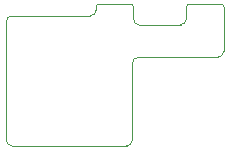
<source format=gm1>
%TF.GenerationSoftware,KiCad,Pcbnew,(6.0.10)*%
%TF.CreationDate,2023-08-09T22:59:08-05:00*%
%TF.ProjectId,MVS Pause Button,4d565320-5061-4757-9365-20427574746f,rev?*%
%TF.SameCoordinates,Original*%
%TF.FileFunction,Profile,NP*%
%FSLAX46Y46*%
G04 Gerber Fmt 4.6, Leading zero omitted, Abs format (unit mm)*
G04 Created by KiCad (PCBNEW (6.0.10)) date 2023-08-09 22:59:08*
%MOMM*%
%LPD*%
G01*
G04 APERTURE LIST*
%TA.AperFunction,Profile*%
%ADD10C,0.100000*%
%TD*%
G04 APERTURE END LIST*
D10*
X115900000Y-53800000D02*
X115900000Y-47300000D01*
X123125000Y-46800000D02*
G75*
G03*
X123625000Y-46300000I0J500000D01*
G01*
X115400000Y-54300000D02*
G75*
G03*
X115900000Y-53800000I0J500000D01*
G01*
X115975000Y-43550000D02*
G75*
G03*
X116475000Y-44050000I500000J0D01*
G01*
X112325000Y-43300000D02*
X112075000Y-43300000D01*
X107700000Y-43300000D02*
X111450000Y-43300000D01*
X105700000Y-54300000D02*
X107700000Y-54300000D01*
X120725000Y-42300000D02*
X123375000Y-42300000D01*
X118600000Y-46800000D02*
X123125000Y-46800000D01*
X120725000Y-42300000D02*
G75*
G03*
X120475000Y-42550000I0J-250000D01*
G01*
X105200000Y-43800000D02*
X105200000Y-53800000D01*
X113075000Y-42300000D02*
G75*
G03*
X112825000Y-42550000I0J-250000D01*
G01*
X105700000Y-43300000D02*
X107700000Y-43300000D01*
X123625000Y-42550000D02*
X123625000Y-46100000D01*
X112325000Y-43300000D02*
G75*
G03*
X112825000Y-42800000I0J500000D01*
G01*
X115975000Y-43550000D02*
X115975000Y-42550000D01*
X119975000Y-44050000D02*
G75*
G03*
X120475000Y-43550000I0J500000D01*
G01*
X120475000Y-43550000D02*
X120475000Y-42550000D01*
X116400000Y-46800000D02*
G75*
G03*
X115900000Y-47300000I0J-500000D01*
G01*
X105200000Y-53800000D02*
G75*
G03*
X105700000Y-54300000I500000J0D01*
G01*
X113075000Y-42300000D02*
X115725000Y-42300000D01*
X112825000Y-42550000D02*
X112825000Y-42800000D01*
X123625000Y-42550000D02*
G75*
G03*
X123375000Y-42300000I-250000J0D01*
G01*
X116475000Y-44050000D02*
X119975000Y-44050000D01*
X115400000Y-54300000D02*
X115350000Y-54300000D01*
X115975000Y-42550000D02*
G75*
G03*
X115725000Y-42300000I-250000J0D01*
G01*
X117200000Y-46800000D02*
X116400000Y-46800000D01*
X123625000Y-46100000D02*
X123625000Y-46300000D01*
X118600000Y-46800000D02*
X117200000Y-46800000D01*
X115350000Y-54300000D02*
X107700000Y-54300000D01*
X105700000Y-43300000D02*
G75*
G03*
X105200000Y-43800000I0J-500000D01*
G01*
X111450000Y-43300000D02*
X112075000Y-43300000D01*
M02*

</source>
